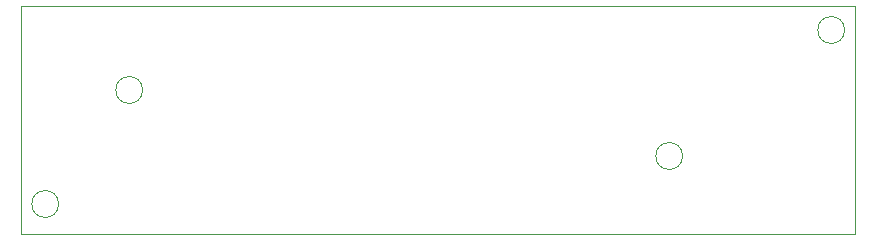
<source format=gbr>
%TF.GenerationSoftware,KiCad,Pcbnew,(5.1.10)-1*%
%TF.CreationDate,2021-06-05T01:35:01+02:00*%
%TF.ProjectId,smart-telefon,736d6172-742d-4746-956c-65666f6e2e6b,1.*%
%TF.SameCoordinates,Original*%
%TF.FileFunction,Profile,NP*%
%FSLAX46Y46*%
G04 Gerber Fmt 4.6, Leading zero omitted, Abs format (unit mm)*
G04 Created by KiCad (PCBNEW (5.1.10)-1) date 2021-06-05 01:35:01*
%MOMM*%
%LPD*%
G01*
G04 APERTURE LIST*
%TA.AperFunction,Profile*%
%ADD10C,0.050000*%
%TD*%
G04 APERTURE END LIST*
D10*
X86987923Y-77724000D02*
G75*
G03*
X86987923Y-77724000I-1135923J0D01*
G01*
X139819923Y-73660000D02*
G75*
G03*
X139819923Y-73660000I-1135923J0D01*
G01*
X94099923Y-68072000D02*
G75*
G03*
X94099923Y-68072000I-1135923J0D01*
G01*
X153535923Y-62992000D02*
G75*
G03*
X153535923Y-62992000I-1135923J0D01*
G01*
X83820000Y-60960000D02*
X83820000Y-80264000D01*
X154432000Y-60960000D02*
X83820000Y-60960000D01*
X154432000Y-80264000D02*
X154432000Y-60960000D01*
X83820000Y-80264000D02*
X154432000Y-80264000D01*
M02*

</source>
